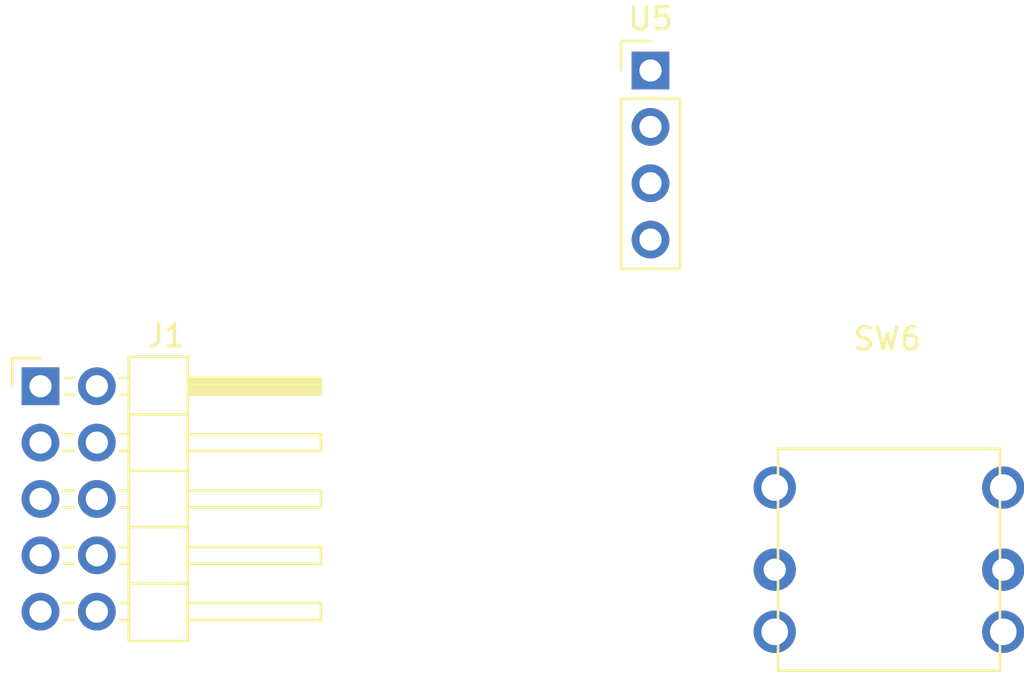
<source format=kicad_pcb>
(kicad_pcb (version 20241229) (generator "pcbnew") (generator_version "9.0")
  (layers (0 "F.Cu" signal) (2 "B.Cu" signal) (13 "F.Paste" user) (15 "B.Paste" user) (5 "F.SilkS" user "F.Silkscreen") (7 "B.SilkS" user "B.Silkscreen") (1 "F.Mask" user) (3 "B.Mask" user) (25 "Edge.Cuts" user))
  (net 0 "")
  (net 1 "Net-(J1-Pin_7)")
  (net 2 "Net-(J1-Pin_1)")
  (net 3 "Net-(J1-Pin_8)")
  (net 4 "Net-(J1-Pin_3)")
  (net 5 "Net-(J1-Pin_2)")
  (net 6 "Net-(J1-Pin_5)")
  (net 7 "Net-(J1-Pin_9)")
  (net 8 "Net-(J1-Pin_6)")
  (net 9 "Net-(J1-Pin_4)")
  (footprint "Connector_PinHeader_2.54mm:PinHeader_1x04_P2.54mm_Vertical" (layer "F.Cu") (at 69.596 47.244)
    (property "Reference" "U5" (at 0 -2.33 0) (layer "F.SilkS"))
    (property "Value" "~")
    (fp_line (start -1.33 -1.33) (end 0 -1.33) (stroke (width 0.12)) (layer "F.SilkS"))
    (fp_line (start -1.33 0) (end -1.33 -1.33) (stroke (width 0.12)) (layer "F.SilkS"))
    (fp_line (start -1.33 1.27) (end -1.33 8.95) (stroke (width 0.12)) (layer "F.SilkS"))
    (fp_line (start -1.33 1.27) (end 1.33 1.27) (stroke (width 0.12)) (layer "F.SilkS"))
    (fp_line (start -1.33 8.95) (end 1.33 8.95) (stroke (width 0.12)) (layer "F.SilkS"))
    (fp_line (start 1.33 1.27) (end 1.33 8.95) (stroke (width 0.12)) (layer "F.SilkS"))
    (pad "1" thru_hole rect (at 0 0) (size 1.7 1.7) (drill 1) (layers "*.Cu" "*.Mask") (net 4 "Net-(J1-Pin_3)"))
    (pad "2" thru_hole oval (at 0 2.54) (size 1.7 1.7) (drill 1) (layers "*.Cu" "*.Mask") (net 9 "Net-(J1-Pin_4)"))
    (pad "3" thru_hole oval (at 0 5.08) (size 1.7 1.7) (drill 1) (layers "*.Cu" "*.Mask") (net 5 "Net-(J1-Pin_2)"))
    (pad "4" thru_hole oval (at 0 7.62) (size 1.7 1.7) (drill 1) (layers "*.Cu" "*.Mask") (net 2 "Net-(J1-Pin_1)"))
  )
  (footprint "Library:5WayNavigationSwitch" (layer "F.Cu") (at 80.264 68.58)
    (property "Reference" "SW6" (at 0 -9.24 0) (layer "F.SilkS"))
    (property "Value" "~")
    (fp_rect (start -4.92 -4.29) (end 5.08 5.71) (stroke (width 0.12)) (fill no) (layer "F.SilkS"))
    (pad "1" thru_hole circle (at -5.07 -2.54) (size 1.905 1.905) (drill 1.2) (layers "*.Cu" "*.Mask") (net 1 "Net-(J1-Pin_7)"))
    (pad "2" thru_hole circle (at -5.07 1.16) (size 1.905 1.905) (drill 1) (layers "*.Cu" "*.Mask") (net 3 "Net-(J1-Pin_8)"))
    (pad "3" thru_hole circle (at -5.07 3.96) (size 1.905 1.905) (drill 1.2) (layers "*.Cu" "*.Mask") (net 7 "Net-(J1-Pin_9)"))
    (pad "4" thru_hole circle (at 5.23 3.96) (size 1.905 1.905) (drill 1.2) (layers "*.Cu" "*.Mask") (net 2 "Net-(J1-Pin_1)"))
    (pad "5" thru_hole circle (at 5.23 1.16) (size 1.905 1.905) (drill 1) (layers "*.Cu" "*.Mask") (net 6 "Net-(J1-Pin_5)"))
    (pad "6" thru_hole circle (at 5.23 -2.54) (size 1.905 1.905) (drill 1.2) (layers "*.Cu" "*.Mask") (net 8 "Net-(J1-Pin_6)"))
  )
  (footprint "Connector_PinHeader_2.54mm:PinHeader_2x05_P2.54mm_Horizontal" (layer "F.Cu") (at 42.102 61.473)
    (property "Reference" "J1" (at 5.655 -2.27 0) (layer "F.SilkS"))
    (property "Value" "Conn_01x09_Pin")
    (fp_line (start -1.27 -1.27) (end 0 -1.27) (stroke (width 0.12)) (layer "F.SilkS"))
    (fp_line (start -1.27 0) (end -1.27 -1.27) (stroke (width 0.12)) (layer "F.SilkS"))
    (fp_line (start 1.042929 2.16) (end 1.497071 2.16) (stroke (width 0.12)) (layer "F.SilkS"))
    (fp_line (start 1.042929 2.92) (end 1.497071 2.92) (stroke (width 0.12)) (layer "F.SilkS"))
    (fp_line (start 1.042929 4.7) (end 1.497071 4.7) (stroke (width 0.12)) (layer "F.SilkS"))
    (fp_line (start 1.042929 5.46) (end 1.497071 5.46) (stroke (width 0.12)) (layer "F.SilkS"))
    (fp_line (start 1.042929 7.24) (end 1.497071 7.24) (stroke (width 0.12)) (layer "F.SilkS"))
    (fp_line (start 1.042929 8) (end 1.497071 8) (stroke (width 0.12)) (layer "F.SilkS"))
    (fp_line (start 1.042929 9.78) (end 1.497071 9.78) (stroke (width 0.12)) (layer "F.SilkS"))
    (fp_line (start 1.042929 10.54) (end 1.497071 10.54) (stroke (width 0.12)) (layer "F.SilkS"))
    (fp_line (start 1.11 -0.38) (end 1.497071 -0.38) (stroke (width 0.12)) (layer "F.SilkS"))
    (fp_line (start 1.11 0.38) (end 1.497071 0.38) (stroke (width 0.12)) (layer "F.SilkS"))
    (fp_line (start 3.582929 -0.38) (end 3.98 -0.38) (stroke (width 0.12)) (layer "F.SilkS"))
    (fp_line (start 3.582929 0.38) (end 3.98 0.38) (stroke (width 0.12)) (layer "F.SilkS"))
    (fp_line (start 3.582929 2.16) (end 3.98 2.16) (stroke (width 0.12)) (layer "F.SilkS"))
    (fp_line (start 3.582929 2.92) (end 3.98 2.92) (stroke (width 0.12)) (layer "F.SilkS"))
    (fp_line (start 3.582929 4.7) (end 3.98 4.7) (stroke (width 0.12)) (layer "F.SilkS"))
    (fp_line (start 3.582929 5.46) (end 3.98 5.46) (stroke (width 0.12)) (layer "F.SilkS"))
    (fp_line (start 3.582929 7.24) (end 3.98 7.24) (stroke (width 0.12)) (layer "F.SilkS"))
    (fp_line (start 3.582929 8) (end 3.98 8) (stroke (width 0.12)) (layer "F.SilkS"))
    (fp_line (start 3.582929 9.78) (end 3.98 9.78) (stroke (width 0.12)) (layer "F.SilkS"))
    (fp_line (start 3.582929 10.54) (end 3.98 10.54) (stroke (width 0.12)) (layer "F.SilkS"))
    (fp_line (start 3.98 -1.33) (end 3.98 11.49) (stroke (width 0.12)) (layer "F.SilkS"))
    (fp_line (start 3.98 1.27) (end 6.64 1.27) (stroke (width 0.12)) (layer "F.SilkS"))
    (fp_line (start 3.98 3.81) (end 6.64 3.81) (stroke (width 0.12)) (layer "F.SilkS"))
    (fp_line (start 3.98 6.35) (end 6.64 6.35) (stroke (width 0.12)) (layer "F.SilkS"))
    (fp_line (start 3.98 8.89) (end 6.64 8.89) (stroke (width 0.12)) (layer "F.SilkS"))
    (fp_line (start 3.98 11.49) (end 6.64 11.49) (stroke (width 0.12)) (layer "F.SilkS"))
    (fp_line (start 6.64 -1.33) (end 3.98 -1.33) (stroke (width 0.12)) (layer "F.SilkS"))
    (fp_line (start 6.64 -0.38) (end 12.64 -0.38) (stroke (width 0.12)) (layer "F.SilkS"))
    (fp_line (start 6.64 -0.32) (end 12.64 -0.32) (stroke (width 0.12)) (layer "F.SilkS"))
    (fp_line (start 6.64 -0.2) (end 12.64 -0.2) (stroke (width 0.12)) (layer "F.SilkS"))
    (fp_line (start 6.64 -0.08) (end 12.64 -0.08) (stroke (width 0.12)) (layer "F.SilkS"))
    (fp_line (start 6.64 0.04) (end 12.64 0.04) (stroke (width 0.12)) (layer "F.SilkS"))
    (fp_line (start 6.64 0.16) (end 12.64 0.16) (stroke (width 0.12)) (layer "F.SilkS"))
    (fp_line (start 6.64 0.28) (end 12.64 0.28) (stroke (width 0.12)) (layer "F.SilkS"))
    (fp_line (start 6.64 2.16) (end 12.64 2.16) (stroke (width 0.12)) (layer "F.SilkS"))
    (fp_line (start 6.64 4.7) (end 12.64 4.7) (stroke (width 0.12)) (layer "F.SilkS"))
    (fp_line (start 6.64 7.24) (end 12.64 7.24) (stroke (width 0.12)) (layer "F.SilkS"))
    (fp_line (start 6.64 9.78) (end 12.64 9.78) (stroke (width 0.12)) (layer "F.SilkS"))
    (fp_line (start 6.64 11.49) (end 6.64 -1.33) (stroke (width 0.12)) (layer "F.SilkS"))
    (fp_line (start 12.64 -0.38) (end 12.64 0.38) (stroke (width 0.12)) (layer "F.SilkS"))
    (fp_line (start 12.64 0.38) (end 6.64 0.38) (stroke (width 0.12)) (layer "F.SilkS"))
    (fp_line (start 12.64 2.16) (end 12.64 2.92) (stroke (width 0.12)) (layer "F.SilkS"))
    (fp_line (start 12.64 2.92) (end 6.64 2.92) (stroke (width 0.12)) (layer "F.SilkS"))
    (fp_line (start 12.64 4.7) (end 12.64 5.46) (stroke (width 0.12)) (layer "F.SilkS"))
    (fp_line (start 12.64 5.46) (end 6.64 5.46) (stroke (width 0.12)) (layer "F.SilkS"))
    (fp_line (start 12.64 7.24) (end 12.64 8) (stroke (width 0.12)) (layer "F.SilkS"))
    (fp_line (start 12.64 8) (end 6.64 8) (stroke (width 0.12)) (layer "F.SilkS"))
    (fp_line (start 12.64 9.78) (end 12.64 10.54) (stroke (width 0.12)) (layer "F.SilkS"))
    (fp_line (start 12.64 10.54) (end 6.64 10.54) (stroke (width 0.12)) (layer "F.SilkS"))
    (pad "1" thru_hole rect (at 0 0) (size 1.7 1.7) (drill 1) (layers "*.Cu" "*.Mask") (net 2 "Net-(J1-Pin_1)"))
    (pad "2" thru_hole oval (at 2.54 0) (size 1.7 1.7) (drill 1) (layers "*.Cu" "*.Mask") (net 5 "Net-(J1-Pin_2)"))
    (pad "3" thru_hole oval (at 0 2.54) (size 1.7 1.7) (drill 1) (layers "*.Cu" "*.Mask") (net 4 "Net-(J1-Pin_3)"))
    (pad "4" thru_hole oval (at 2.54 2.54) (size 1.7 1.7) (drill 1) (layers "*.Cu" "*.Mask") (net 9 "Net-(J1-Pin_4)"))
    (pad "5" thru_hole oval (at 0 5.08) (size 1.7 1.7) (drill 1) (layers "*.Cu" "*.Mask") (net 6 "Net-(J1-Pin_5)"))
    (pad "6" thru_hole oval (at 2.54 5.08) (size 1.7 1.7) (drill 1) (layers "*.Cu" "*.Mask") (net 8 "Net-(J1-Pin_6)"))
    (pad "7" thru_hole oval (at 0 7.62) (size 1.7 1.7) (drill 1) (layers "*.Cu" "*.Mask") (net 1 "Net-(J1-Pin_7)"))
    (pad "8" thru_hole oval (at 2.54 7.62) (size 1.7 1.7) (drill 1) (layers "*.Cu" "*.Mask") (net 3 "Net-(J1-Pin_8)"))
    (pad "9" thru_hole oval (at 0 10.16) (size 1.7 1.7) (drill 1) (layers "*.Cu" "*.Mask") (net 7 "Net-(J1-Pin_9)"))
    (pad "10" thru_hole oval (at 2.54 10.16) (size 1.7 1.7) (drill 1) (layers "*.Cu" "*.Mask"))
  )
)
</source>
